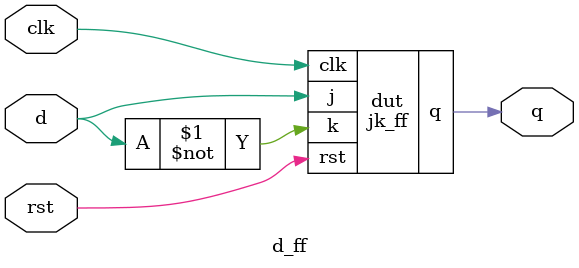
<source format=v>
module jk_ff(output reg q,
input wire j,k,
input wire clk,rst
);
always @(posedge clk) begin
    if (rst)
    q <=0;
    else begin
        case({j,k})
        2'b00: q <= q;
        2'b01: q <= 0;
        2'b10: q <= 1;
        2'b11: q <= ~q;
        endcase
    end
end 
endmodule
module d_ff (output q, input d, clk, rst);
jk_ff dut(.clk(clk), .rst(rst), .j(d), .k(~d), .q(q));
endmodule

</source>
